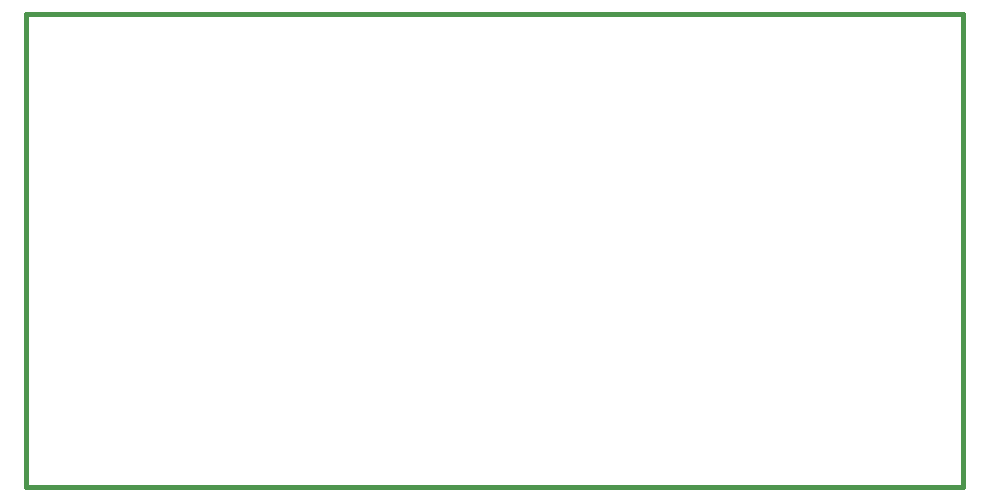
<source format=gbr>
G04 (created by PCBNEW-RS274X (2012-jan-04)-stable) date Sun 27 Jan 2013 19:14:15 CET*
G01*
G70*
G90*
%MOIN*%
G04 Gerber Fmt 3.4, Leading zero omitted, Abs format*
%FSLAX34Y34*%
G04 APERTURE LIST*
%ADD10C,0.006000*%
%ADD11C,0.015000*%
G04 APERTURE END LIST*
G54D10*
G54D11*
X80250Y-33250D02*
X80250Y-31750D01*
X49000Y-33250D02*
X80250Y-33250D01*
X49000Y-31750D02*
X49000Y-33250D01*
X49000Y-17500D02*
X49000Y-31750D01*
X80250Y-17500D02*
X49000Y-17500D01*
X80250Y-31750D02*
X80250Y-17500D01*
M02*

</source>
